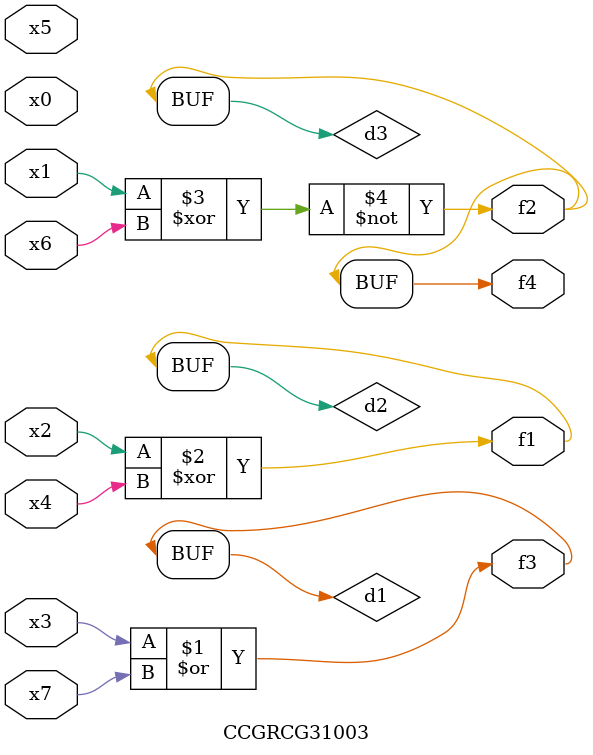
<source format=v>
module CCGRCG31003(
	input x0, x1, x2, x3, x4, x5, x6, x7,
	output f1, f2, f3, f4
);

	wire d1, d2, d3;

	or (d1, x3, x7);
	xor (d2, x2, x4);
	xnor (d3, x1, x6);
	assign f1 = d2;
	assign f2 = d3;
	assign f3 = d1;
	assign f4 = d3;
endmodule

</source>
